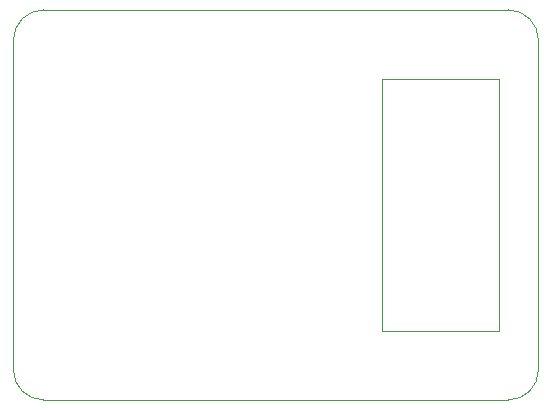
<source format=gm1>
%TF.GenerationSoftware,KiCad,Pcbnew,9.0.4+dfsg-1*%
%TF.CreationDate,2025-10-02T08:58:53+08:00*%
%TF.ProjectId,cover,636f7665-722e-46b6-9963-61645f706362,b*%
%TF.SameCoordinates,Original*%
%TF.FileFunction,Profile,NP*%
%FSLAX45Y45*%
G04 Gerber Fmt 4.5, Leading zero omitted, Abs format (unit mm)*
G04 Created by KiCad (PCBNEW 9.0.4+dfsg-1) date 2025-10-02 08:58:53*
%MOMM*%
%LPD*%
G01*
G04 APERTURE LIST*
%TA.AperFunction,Profile*%
%ADD10C,0.050000*%
%TD*%
G04 APERTURE END LIST*
D10*
X13284200Y-7823200D02*
X14274800Y-7823200D01*
X14274800Y-9956800D02*
X13284200Y-9956800D01*
X14274800Y-7823200D02*
X14274800Y-9956800D01*
X13284200Y-9956800D02*
X13284200Y-7823200D01*
%TO.C,B1*%
X10160000Y-7493000D02*
X10160000Y-10287000D01*
X14351000Y-7239000D02*
X10414000Y-7239000D01*
X14351000Y-10541000D02*
X10414000Y-10541000D01*
X14605000Y-7493000D02*
X14605000Y-10287000D01*
X10160000Y-7493000D02*
G75*
G02*
X10414000Y-7239000I254000J0D01*
G01*
X10414000Y-10541000D02*
G75*
G02*
X10160000Y-10287000I0J254000D01*
G01*
X14351000Y-7239000D02*
G75*
G02*
X14605000Y-7493000I0J-254000D01*
G01*
X14605000Y-10287000D02*
G75*
G02*
X14351000Y-10541000I-254000J0D01*
G01*
%TD*%
M02*

</source>
